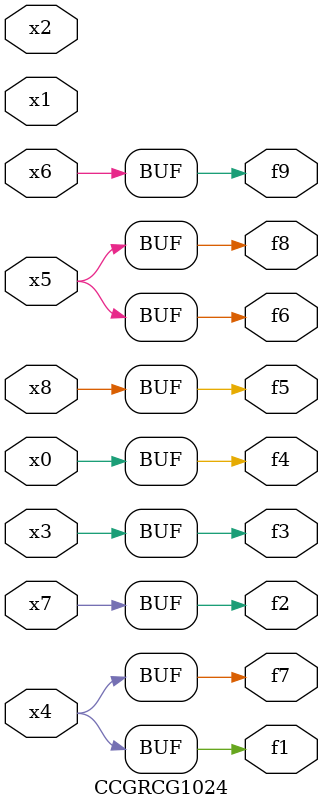
<source format=v>
module CCGRCG1024(
	input x0, x1, x2, x3, x4, x5, x6, x7, x8,
	output f1, f2, f3, f4, f5, f6, f7, f8, f9
);
	assign f1 = x4;
	assign f2 = x7;
	assign f3 = x3;
	assign f4 = x0;
	assign f5 = x8;
	assign f6 = x5;
	assign f7 = x4;
	assign f8 = x5;
	assign f9 = x6;
endmodule

</source>
